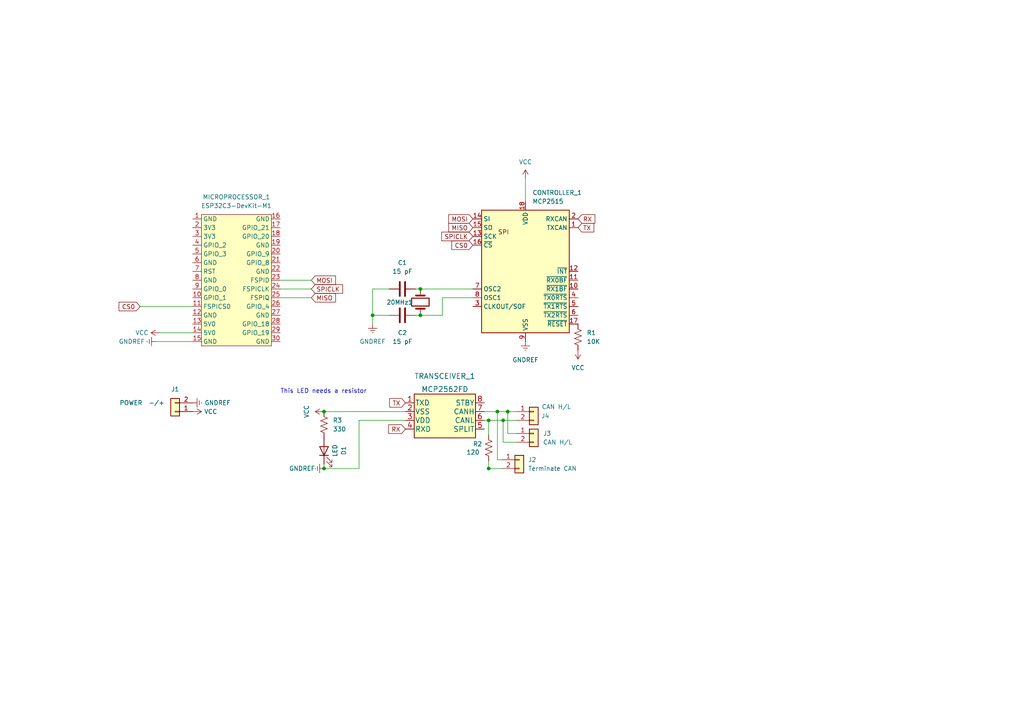
<source format=kicad_sch>
(kicad_sch (version 20211123) (generator eeschema)
  (paper "A4")
  (lib_symbols
    (symbol "CUSTOMLIBRARY:ESP32C3-DevKit-M1"
      (property "Reference" "U1" (at 10.16 4.826 0))
      (property "Value" "ESP32C3-DevKit-M1" (at 10.16 2.286 0))
      (symbol "ESP32C3-DevKit-M1_0_1"
        (rectangle (start 0 0) (end 20.32 -38.1) (fill (type background)))
      )
      (symbol "ESP32C3-DevKit-M1_1_1"
        (pin power_in line (at -2.54 -1.27 0) (length 2.54) (name "GND") (number "1"))
        (pin bidirectional line (at -2.54 -24.13 0) (length 2.54) (name "GPIO_1") (number "10"))
        (pin bidirectional line (at -2.54 -26.67 0) (length 2.54) (name "FSPICS0") (number "11"))
        (pin power_in line (at -2.54 -29.21 0) (length 2.54) (name "GND") (number "12"))
        (pin power_in line (at -2.54 -31.75 0) (length 2.54) (name "5V0") (number "13"))
        (pin power_in line (at -2.54 -34.29 0) (length 2.54) (name "5V0") (number "14"))
        (pin power_in line (at -2.54 -36.83 0) (length 2.54) (name "GND") (number "15"))
        (pin power_in line (at 22.86 -1.27 180) (length 2.54) (name "GND") (number "16"))
        (pin bidirectional line (at 22.86 -3.81 180) (length 2.54) (name "GPIO_21") (number "17"))
        (pin bidirectional line (at 22.86 -6.35 180) (length 2.54) (name "GPIO_20") (number "18"))
        (pin power_in line (at 22.86 -8.89 180) (length 2.54) (name "GND") (number "19"))
        (pin power_in line (at -2.54 -3.81 0) (length 2.54) (name "3V3") (number "2"))
        (pin bidirectional line (at 22.86 -11.43 180) (length 2.54) (name "GPIO_9") (number "20"))
        (pin bidirectional line (at 22.86 -13.97 180) (length 2.54) (name "GPIO_8") (number "21"))
        (pin power_in line (at 22.86 -16.51 180) (length 2.54) (name "GND") (number "22"))
        (pin bidirectional line (at 22.86 -19.05 180) (length 2.54) (name "FSPID") (number "23"))
        (pin bidirectional line (at 22.86 -21.59 180) (length 2.54) (name "FSPICLK") (number "24"))
        (pin bidirectional line (at 22.86 -24.13 180) (length 2.54) (name "FSPIQ") (number "25"))
        (pin bidirectional line (at 22.86 -26.67 180) (length 2.54) (name "GPIO_4") (number "26"))
        (pin power_in line (at 22.86 -29.21 180) (length 2.54) (name "GND") (number "27"))
        (pin bidirectional line (at 22.86 -31.75 180) (length 2.54) (name "GPIO_18") (number "28"))
        (pin bidirectional line (at 22.86 -34.29 180) (length 2.54) (name "GPIO_19") (number "29"))
        (pin power_in line (at -2.54 -6.35 0) (length 2.54) (name "3V3") (number "3"))
        (pin power_in line (at 22.86 -36.83 180) (length 2.54) (name "GND") (number "30"))
        (pin bidirectional line (at -2.54 -8.89 0) (length 2.54) (name "GPIO_2") (number "4"))
        (pin bidirectional line (at -2.54 -11.43 0) (length 2.54) (name "GPIO_3") (number "5"))
        (pin power_in line (at -2.54 -13.97 0) (length 2.54) (name "GND") (number "6"))
        (pin bidirectional line (at -2.54 -16.51 0) (length 2.54) (name "RST") (number "7"))
        (pin power_in line (at -2.54 -19.05 0) (length 2.54) (name "GND") (number "8"))
        (pin bidirectional line (at -2.54 -21.59 0) (length 2.54) (name "GPIO_0") (number "9"))
      )
    )
    (symbol "Connector_Generic:Conn_01x02" (pin_names (offset 1.016) hide)
      (property "Reference" "J" (at 0 2.54 0))
      (property "Value" "Conn_01x02" (at 0 -5.08 0))
      (symbol "Conn_01x02_1_1"
        (rectangle (start -1.27 -2.413) (end 0 -2.667) (stroke (width 0.1524)))
        (rectangle (start -1.27 0.127) (end 0 -0.127) (stroke (width 0.1524)))
        (rectangle (start -1.27 1.27) (end 1.27 -3.81) (stroke (width 0.254)) (fill (type background)))
        (pin passive line (at -5.08 0 0) (length 3.81) (name "Pin_1") (number "1"))
        (pin passive line (at -5.08 -2.54 0) (length 3.81) (name "Pin_2") (number "2"))
      )
    )
    (symbol "Device:C" (pin_numbers hide) (pin_names (offset 0.254))
      (property "Reference" "C" (at 0.635 2.54 0))
      (property "Value" "C" (at 0.635 -2.54 0))
      (symbol "C_0_1"
        (polyline (pts (xy -2.032 -0.762) (xy 2.032 -0.762)) (stroke (width 0.508)))
        (polyline (pts (xy -2.032 0.762) (xy 2.032 0.762)) (stroke (width 0.508)))
      )
      (symbol "C_1_1"
        (pin passive line (at 0 3.81 270) (length 2.794) (name "~") (number "1"))
        (pin passive line (at 0 -3.81 90) (length 2.794) (name "~") (number "2"))
      )
    )
    (symbol "Device:Crystal" (pin_numbers hide) (pin_names (offset 1.016) hide)
      (property "Reference" "Y" (at 0 3.81 0))
      (property "Value" "Crystal" (at 0 -3.81 0))
      (symbol "Crystal_0_1"
        (rectangle (start -1.143 2.54) (end 1.143 -2.54) (stroke (width 0.3048)))
        (polyline (pts (xy -2.54 0) (xy -1.905 0)))
        (polyline (pts (xy -1.905 -1.27) (xy -1.905 1.27)) (stroke (width 0.508)))
        (polyline (pts (xy 1.905 -1.27) (xy 1.905 1.27)) (stroke (width 0.508)))
        (polyline (pts (xy 2.54 0) (xy 1.905 0)))
      )
      (symbol "Crystal_1_1"
        (pin passive line (at -3.81 0 0) (length 1.27) (name "1") (number "1"))
        (pin passive line (at 3.81 0 180) (length 1.27) (name "2") (number "2"))
      )
    )
    (symbol "Device:LED" (pin_numbers hide) (pin_names (offset 1.016) hide)
      (property "Reference" "D" (at 0 2.54 0))
      (property "Value" "LED" (at 0 -2.54 0))
      (symbol "LED_0_1"
        (polyline (pts (xy -1.27 -1.27) (xy -1.27 1.27)) (stroke (width 0.254)))
        (polyline (pts (xy -1.27 0) (xy 1.27 0)))
        (polyline (pts (xy 1.27 -1.27) (xy 1.27 1.27) (xy -1.27 0) (xy 1.27 -1.27)) (stroke (width 0.254)))
        (polyline (pts (xy -3.048 -0.762) (xy -4.572 -2.286) (xy -3.81 -2.286) (xy -4.572 -2.286) (xy -4.572 -1.524)))
        (polyline (pts (xy -1.778 -0.762) (xy -3.302 -2.286) (xy -2.54 -2.286) (xy -3.302 -2.286) (xy -3.302 -1.524)))
      )
      (symbol "LED_1_1"
        (pin passive line (at -3.81 0 0) (length 2.54) (name "K") (number "1"))
        (pin passive line (at 3.81 0 180) (length 2.54) (name "A") (number "2"))
      )
    )
    (symbol "Device:R_US" (pin_numbers hide) (pin_names (offset 0))
      (property "Reference" "R" (at 2.54 0 90))
      (property "Value" "R_US" (at -2.54 0 90))
      (symbol "R_US_0_1"
        (polyline (pts (xy 0 -2.286) (xy 0 -2.54)))
        (polyline (pts (xy 0 2.286) (xy 0 2.54)))
        (polyline (pts (xy 0 -0.762) (xy 1.016 -1.143) (xy 0 -1.524) (xy -1.016 -1.905) (xy 0 -2.286)))
        (polyline (pts (xy 0 0.762) (xy 1.016 0.381) (xy 0 0) (xy -1.016 -0.381) (xy 0 -0.762)))
        (polyline (pts (xy 0 2.286) (xy 1.016 1.905) (xy 0 1.524) (xy -1.016 1.143) (xy 0 0.762)))
      )
      (symbol "R_US_1_1"
        (pin passive line (at 0 3.81 270) (length 1.27) (name "~") (number "1"))
        (pin passive line (at 0 -3.81 90) (length 1.27) (name "~") (number "2"))
      )
    )
    (symbol "Interface_CAN_LIN:MCP2515-xSO"
      (property "Reference" "CONTROLLER" (at -6.223 4.445 0))
      (property "Value" "MCP2515-xSO" (at -7.366 2.032 0))
      (symbol "MCP2515-xSO_0_0"
        (text "SPI" (at -6.35 11.43 0) (effects (font (size 1.27 1.27))))
      )
      (symbol "MCP2515-xSO_0_1"
        (rectangle (start -12.7 17.78) (end 12.7 -17.78) (stroke (width 0.254)) (fill (type background)))
      )
      (symbol "MCP2515-xSO_1_1"
        (pin output line (at 15.24 12.7 180) (length 2.54) (name "TXCAN") (number "1"))
        (pin output line (at 15.24 -5.08 180) (length 2.54) (name "~{RX1BF}") (number "10"))
        (pin output line (at 15.24 -2.54 180) (length 2.54) (name "~{RX0BF}") (number "11"))
        (pin output line (at 15.24 0 180) (length 2.54) (name "~{INT}") (number "12"))
        (pin input line (at -15.24 10.16 0) (length 2.54) (name "SCK") (number "13"))
        (pin input line (at -15.24 15.24 0) (length 2.54) (name "SI") (number "14"))
        (pin output line (at -15.24 12.7 0) (length 2.54) (name "SO") (number "15"))
        (pin input line (at -15.24 7.62 0) (length 2.54) (name "~{CS}") (number "16"))
        (pin input line (at 15.24 -15.24 180) (length 2.54) (name "~{RESET}") (number "17"))
        (pin power_in line (at 0 20.32 270) (length 2.54) (name "VDD") (number "18"))
        (pin input line (at 15.24 15.24 180) (length 2.54) (name "RXCAN") (number "2"))
        (pin output line (at -15.24 -10.16 0) (length 2.54) (name "CLKOUT/SOF") (number "3"))
        (pin input line (at 15.24 -7.62 180) (length 2.54) (name "~{TX0RTS}") (number "4"))
        (pin input line (at 15.24 -10.16 180) (length 2.54) (name "~{TX1RTS}") (number "5"))
        (pin input line (at 15.24 -12.7 180) (length 2.54) (name "~{TX2RTS}") (number "6"))
        (pin output line (at -15.24 -5.08 0) (length 2.54) (name "OSC2") (number "7"))
        (pin input line (at -15.24 -7.62 0) (length 2.54) (name "OSC1") (number "8"))
        (pin power_in line (at 0 -20.32 90) (length 2.54) (name "VSS") (number "9"))
      )
    )
    (symbol "MCP2562FD:MCP2562FD-H{slash}P" (pin_names (offset 0.254))
      (property "Reference" "U?" (at 16.51 9.779 0))
      (property "Value" "MCP2562FD-H/P" (at 16.51 5.969 0))
      (symbol "MCP2562FD-H{slash}P_0_1"
        (rectangle (start 7.62 2.54) (end 25.4 -10.16) (stroke (width 0.254)) (fill (type background)))
      )
      (symbol "MCP2562FD-H{slash}P_1_1"
        (pin input line (at 5.08 0 0) (length 2.54) (name "TXD") (number "1"))
        (pin power_in line (at 5.08 -2.54 0) (length 2.54) (name "VSS") (number "2"))
        (pin power_in line (at 5.08 -5.08 0) (length 2.54) (name "VDD") (number "3"))
        (pin output line (at 5.08 -7.62 0) (length 2.54) (name "RXD") (number "4"))
        (pin unspecified line (at 27.94 -7.62 180) (length 2.54) (name "SPLIT") (number "5"))
        (pin bidirectional line (at 27.94 -5.08 180) (length 2.54) (name "CANL") (number "6"))
        (pin bidirectional line (at 27.94 -2.54 180) (length 2.54) (name "CANH") (number "7"))
        (pin input line (at 27.94 0 180) (length 2.54) (name "STBY") (number "8"))
      )
    )
    (symbol "power:GNDREF" (power) (pin_names (offset 0))
      (property "Value" "GNDREF" (at 0 -3.81 0))
      (symbol "GNDREF_0_1"
        (polyline (pts (xy -0.635 -1.905) (xy 0.635 -1.905)))
        (polyline (pts (xy -0.127 -2.54) (xy 0.127 -2.54)))
        (polyline (pts (xy 0 -1.27) (xy 0 0)))
        (polyline (pts (xy 1.27 -1.27) (xy -1.27 -1.27)))
      )
      (symbol "GNDREF_1_1"
        (pin power_in line (at 0 0 270) (length 0) hide (name "GNDREF") (number "1"))
      )
    )
    (symbol "power:VCC" (power) (pin_names (offset 0))
      (property "Value" "VCC" (at 0 3.81 0))
      (symbol "VCC_0_1"
        (polyline (pts (xy -0.762 1.27) (xy 0 2.54)))
        (polyline (pts (xy 0 0) (xy 0 2.54)))
        (polyline (pts (xy 0 2.54) (xy 0.762 1.27)))
      )
      (symbol "VCC_1_1"
        (pin power_in line (at 0 0 90) (length 0) hide (name "VCC") (number "1"))
      )
    )
  )
  (junction (at 141.7377 135.89))
  (junction (at 93.98 135.89))
  (junction (at 147.2707 119.38))
  (junction (at 121.92 91.44))
  (junction (at 144.272 119.38))
  (junction (at 121.92 83.82))
  (junction (at 93.98 119.38))
  (junction (at 108.077 91.44))
  (junction (at 141.732 121.92))
  (junction (at 145.923 121.92))
  (wire (pts (xy 128.3042 86.36) (xy 137.16 86.36)))
  (wire (pts (xy 93.98 119.38) (xy 117.602 119.38)))
  (wire (pts (xy 147.2707 119.38) (xy 149.733 119.38)))
  (wire (pts (xy 90.297 86.36) (xy 81.28 86.36)))
  (wire (pts (xy 149.733 128.27) (xy 145.923 128.27)))
  (wire (pts (xy 90.297 81.28) (xy 81.28 81.28)))
  (wire (pts (xy 90.297 83.82) (xy 81.28 83.82)))
  (wire (pts (xy 121.92 83.82) (xy 137.16 83.82)))
  (wire (pts (xy 144.272 133.35) (xy 144.272 119.38)))
  (wire (pts (xy 141.732 121.92) (xy 141.732 126.111)))
  (wire (pts (xy 120.523 91.44) (xy 121.92 91.44)))
  (wire (pts (xy 145.923 121.92) (xy 149.733 121.92)))
  (wire (pts (xy 141.732 133.731) (xy 141.732 135.89)))
  (wire (pts (xy 112.903 83.82) (xy 108.077 83.82)))
  (wire (pts (xy 120.523 83.82) (xy 121.92 83.82)))
  (wire (pts (xy 108.077 83.82) (xy 108.077 91.44)))
  (wire (pts (xy 145.542 135.89) (xy 141.7377 135.89)))
  (wire (pts (xy 104.14 121.92) (xy 117.602 121.92)))
  (wire (pts (xy 149.733 125.73) (xy 147.2707 125.73)))
  (wire (pts (xy 104.14 121.92) (xy 104.14 135.89)))
  (wire (pts (xy 108.077 91.44) (xy 108.077 93.98)))
  (wire (pts (xy 140.462 119.38) (xy 144.272 119.38)))
  (wire (pts (xy 112.903 91.44) (xy 108.077 91.44)))
  (wire (pts (xy 104.14 135.89) (xy 93.98 135.89)))
  (wire (pts (xy 141.732 135.89) (xy 141.7377 135.89)))
  (wire (pts (xy 93.98 134.62) (xy 93.98 135.89)))
  (wire (pts (xy 128.3042 91.44) (xy 128.3042 86.36)))
  (wire (pts (xy 147.2707 125.73) (xy 147.2707 119.38)))
  (wire (pts (xy 145.542 133.35) (xy 144.272 133.35)))
  (wire (pts (xy 145.923 121.92) (xy 145.923 128.27)))
  (wire (pts (xy 46.355 96.52) (xy 55.88 96.52)))
  (wire (pts (xy 144.272 119.38) (xy 147.2707 119.38)))
  (wire (pts (xy 45.212 99.06) (xy 55.88 99.06)))
  (wire (pts (xy 140.462 121.92) (xy 141.732 121.92)))
  (wire (pts (xy 121.92 91.44) (xy 128.3042 91.44)))
  (wire (pts (xy 141.732 121.92) (xy 145.923 121.92)))
  (wire (pts (xy 40.64 88.9) (xy 55.88 88.9)))
  (wire (pts (xy 152.4 51.816) (xy 152.4 58.42)))
  (text "This LED needs a resistor" (at 81.28 114.3 0) (effects (font (size 1.27 1.27)) (justify left bottom)))
  (global_label "RX" (shape input) (at 117.602 124.46 180) (property "Intersheet References" "${INTERSHEET_REFS}" (effects hide)))
  (global_label "CS0" (shape input) (at 40.64 88.9 180) (property "Intersheet References" "${INTERSHEET_REFS}" (effects hide)))
  (global_label "SPICLK" (shape input) (at 90.297 83.82 0) (property "Intersheet References" "${INTERSHEET_REFS}" (effects hide)))
  (global_label "SPICLK" (shape input) (at 137.16 68.58 180) (property "Intersheet References" "${INTERSHEET_REFS}" (effects hide)))
  (global_label "MISO" (shape input) (at 137.16 66.04 180) (property "Intersheet References" "${INTERSHEET_REFS}" (effects hide)))
  (global_label "CS0" (shape input) (at 137.16 71.12 180) (property "Intersheet References" "${INTERSHEET_REFS}" (effects hide)))
  (global_label "RX" (shape input) (at 167.64 63.5 0) (property "Intersheet References" "${INTERSHEET_REFS}" (effects hide)))
  (global_label "TX" (shape input) (at 167.64 66.04 0) (property "Intersheet References" "${INTERSHEET_REFS}" (effects hide)))
  (global_label "TX" (shape input) (at 117.602 116.84 180) (property "Intersheet References" "${INTERSHEET_REFS}" (effects hide)))
  (global_label "MISO" (shape input) (at 90.297 86.36 0) (property "Intersheet References" "${INTERSHEET_REFS}" (effects hide)))
  (global_label "MOSI" (shape input) (at 137.16 63.5 180) (property "Intersheet References" "${INTERSHEET_REFS}" (effects hide)))
  (global_label "MOSI" (shape input) (at 90.297 81.28 0) (property "Intersheet References" "${INTERSHEET_REFS}" (effects hide)))
  (symbol (lib_id "power:GNDREF") (at 45.212 99.06 270) (unit 1)
    (property "Reference" "#PWR0101" (effects hide))
    (property "Value" "GNDREF" (at 34.417 99.06 90) (effects (justify left)))
  )
  (symbol (lib_id "power:VCC") (at 152.4 51.816 0) (unit 1)
    (property "Reference" "#PWR07" (effects hide))
    (property "Value" "VCC" (at 152.4 46.99 0))
  )
  (symbol (lib_id "power:GNDREF") (at 93.98 135.89 270) (unit 1)
    (property "Reference" "#PWR0102" (effects hide))
    (property "Value" "GNDREF" (at 83.82 135.89 90) (effects (justify left)))
  )
  (symbol (lib_id "Interface_CAN_LIN:MCP2515-xSO") (at 152.4 78.74 0) (unit 1)
    (property "Reference" "CONTROLLER_1" (at 154.4194 55.88 0) (effects (justify left)))
    (property "Value" "MCP2515" (at 154.4194 58.42 0) (effects (justify left)))
    (property "Footprint" "MCP2515:MCP2515-E&slash_P" (effects hide))
    (property "Datasheet" "http://ww1.microchip.com/downloads/en/DeviceDoc/21801e.pdf" (effects hide))
  )
  (symbol (lib_id "Device:C") (at 116.713 83.82 90) (mirror x) (unit 1)
    (property "Reference" "C1" (at 116.713 76.2 90))
    (property "Value" "15 pF" (at 116.713 78.74 90))
    (property "Footprint" "Capacitor_THT:C_Axial_L3.8mm_D2.6mm_P7.50mm_Horizontal" (effects hide))
  )
  (symbol (lib_id "Connector_Generic:Conn_01x02") (at 154.813 119.38 0) (unit 1)
    (property "Reference" "J4" (at 156.972 120.6499 0) (effects (justify left)))
    (property "Value" "CAN H/L" (at 157.099 117.983 0) (effects (justify left)))
    (property "Footprint" "TerminalBlock_Phoenix:TerminalBlock_Phoenix_MKDS-3-2-5.08_1x02_P5.08mm_Horizontal" (effects hide))
  )
  (symbol (lib_id "Device:C") (at 116.713 91.44 90) (unit 1)
    (property "Reference" "C2" (at 116.713 96.52 90))
    (property "Value" "15 pF" (at 116.713 99.06 90))
    (property "Footprint" "Capacitor_THT:C_Axial_L3.8mm_D2.6mm_P7.50mm_Horizontal" (effects hide))
  )
  (symbol (lib_id "Connector_Generic:Conn_01x02") (at 50.8 119.38 180) (unit 1)
    (property "Reference" "J1" (at 50.8 112.903 0))
    (property "Value" "POWER  -/+" (at 47.752 116.8401 0) (effects (justify left)))
    (property "Footprint" "TerminalBlock_Phoenix:TerminalBlock_Phoenix_MKDS-3-2-5.08_1x02_P5.08mm_Horizontal" (effects hide))
  )
  (symbol (lib_id "Device:R_US") (at 141.732 129.921 0) (unit 1)
    (property "Reference" "R2" (at 137.16 128.778 0) (effects (justify left)))
    (property "Value" "120" (at 135.255 131.191 0) (effects (justify left)))
    (property "Footprint" "Resistor_THT:R_Axial_DIN0204_L3.6mm_D1.6mm_P5.08mm_Horizontal" (effects hide))
  )
  (symbol (lib_id "power:GNDREF") (at 108.077 93.98 0) (unit 1)
    (property "Reference" "#PWR05" (effects hide))
    (property "Value" "GNDREF" (at 108.077 99.06 0))
  )
  (symbol (lib_id "power:VCC") (at 93.98 119.38 90) (mirror x) (unit 1)
    (property "Reference" "#PWR0103" (effects hide))
    (property "Value" "VCC" (at 88.9 119.38 0))
  )
  (symbol (lib_id "power:GNDREF") (at 152.4 99.06 0) (unit 1)
    (property "Reference" "#PWR06" (effects hide))
    (property "Value" "GNDREF" (at 152.4 104.394 0))
  )
  (symbol (lib_id "MCP2562FD:MCP2562FD-H{slash}P") (at 112.522 116.84 0) (unit 1)
    (property "Reference" "TRANSCEIVER_1" (at 129.032 109.093 0) (effects (font (size 1.524 1.524))))
    (property "Value" "MCP2562FD" (at 129.032 112.903 0) (effects (font (size 1.524 1.524))))
    (property "Footprint" "MCP2562FD:MCP2562FD-H&slash_P" (effects hide))
  )
  (symbol (lib_id "Device:R_US") (at 167.64 97.79 0) (unit 1)
    (property "Reference" "R1" (at 170.18 96.5199 0) (effects (justify left)))
    (property "Value" "10K" (at 170.18 99.0599 0) (effects (justify left)))
    (property "Footprint" "Resistor_THT:R_Axial_DIN0204_L3.6mm_D1.6mm_P5.08mm_Horizontal" (effects hide))
  )
  (symbol (lib_id "power:VCC") (at 167.64 101.6 0) (mirror x) (unit 1)
    (property "Reference" "#PWR08" (effects hide))
    (property "Value" "VCC" (at 167.64 106.68 0))
  )
  (symbol (lib_id "power:VCC") (at 46.355 96.52 90) (mirror x) (unit 1)
    (property "Reference" "#PWR03" (effects hide))
    (property "Value" "VCC" (at 39.243 96.52 90) (effects (justify right)))
  )
  (symbol (lib_id "power:GNDREF") (at 55.88 116.84 90) (mirror x) (unit 1)
    (property "Reference" "#PWR01" (effects hide))
    (property "Value" "GNDREF" (at 59.309 116.8401 90) (effects (justify right)))
  )
  (symbol (lib_id "power:VCC") (at 55.88 119.38 270) (unit 1)
    (property "Reference" "#PWR02" (effects hide))
    (property "Value" "VCC" (at 59.182 119.3801 90) (effects (justify left)))
  )
  (symbol (lib_id "CUSTOMLIBRARY:ESP32C3-DevKit-M1") (at 58.42 62.23 0) (unit 1)
    (property "Reference" "MICROPROCESSOR_1" (at 68.58 57.15 0))
    (property "Value" "ESP32C3-DevKit-M1" (at 68.58 59.69 0))
    (property "Footprint" "Custom:ESP32C3-DevKit-M1-Standoff" (effects hide))
  )
  (symbol (lib_id "Connector_Generic:Conn_01x02") (at 150.622 133.35 0) (unit 1)
    (property "Reference" "J2" (at 153.162 133.3499 0) (effects (justify left)))
    (property "Value" "Terminate CAN" (at 153.162 135.8899 0) (effects (justify left)))
    (property "Footprint" "TerminalBlock_Phoenix:TerminalBlock_Phoenix_MKDS-3-2-5.08_1x02_P5.08mm_Horizontal" (effects hide))
  )
  (symbol (lib_id "Device:R_US") (at 93.98 123.19 0) (unit 1)
    (property "Reference" "R3" (at 96.52 121.92 0) (effects (justify left)))
    (property "Value" "330" (at 96.52 124.46 0) (effects (justify left)))
    (property "Footprint" "Resistor_THT:R_Axial_DIN0204_L3.6mm_D1.6mm_P5.08mm_Horizontal" (effects hide))
  )
  (symbol (lib_id "Device:Crystal") (at 121.92 87.63 270) (mirror x) (unit 1)
    (property "Reference" "20MHz1" (at 112.0572 87.6971 90) (effects (justify left)))
    (property "Value" "Crystal" (effects hide))
    (property "Footprint" "Crystal:Crystal_HC49-U_Vertical" (effects hide))
  )
  (symbol (lib_id "Device:LED") (at 93.98 130.81 90) (unit 1)
    (property "Reference" "D1" (at 99.695 130.683 0))
    (property "Value" "LED" (at 97.155 130.683 0))
    (property "Footprint" "LED_THT:LED_D3.0mm" (effects hide))
  )
  (symbol (lib_id "Connector_Generic:Conn_01x02") (at 154.813 125.73 0) (unit 1)
    (property "Reference" "J3" (at 157.48 125.7299 0) (effects (justify left)))
    (property "Value" "CAN H/L" (at 157.48 128.2699 0) (effects (justify left)))
    (property "Footprint" "TerminalBlock_Phoenix:TerminalBlock_Phoenix_MKDS-3-2-5.08_1x02_P5.08mm_Horizontal" (effects hide))
  )
)
</source>
